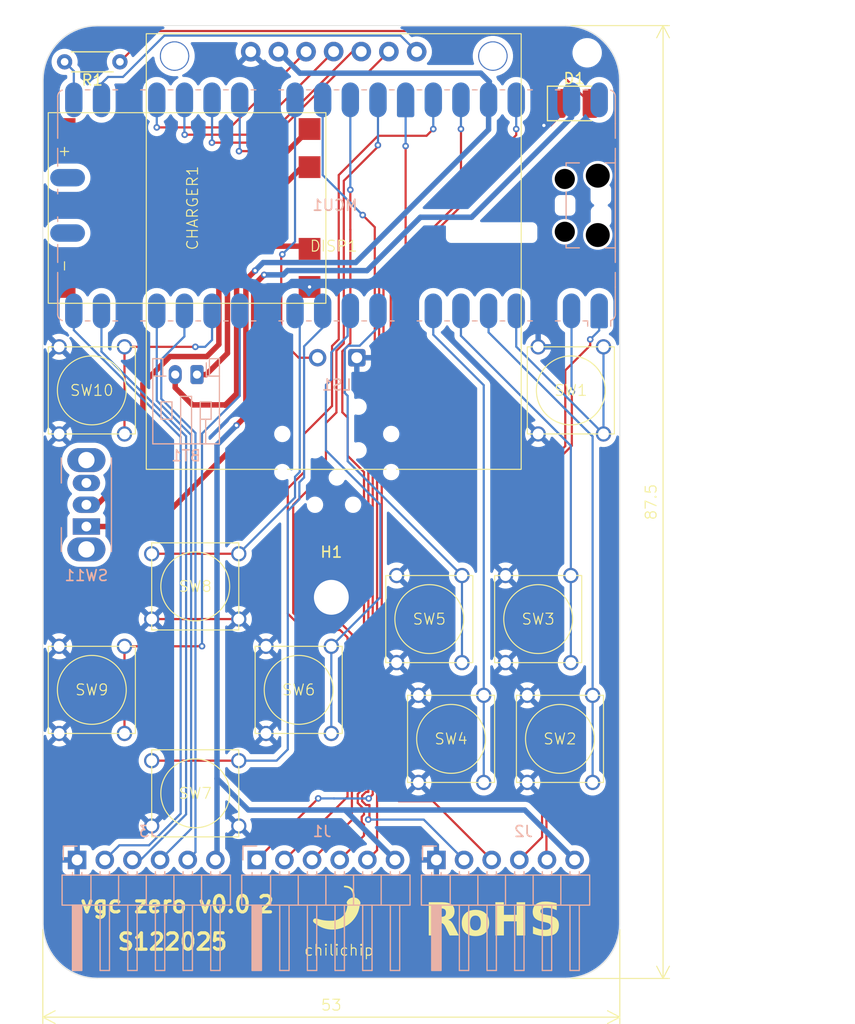
<source format=kicad_pcb>
(kicad_pcb (version 20241229) (generator "pcbnew") (generator_version "9.0")
  (title_block (title "vgc zero") (rev "v1.0.0") (comment 3 "Company: chilichip") (comment 4 "Author: Kacper Akdag-Ochnik"))
  (layers (0 "F.Cu" signal) (2 "B.Cu" signal) (13 "F.Paste" user) (15 "B.Paste" user) (5 "F.SilkS" user "F.Silkscreen") (7 "B.SilkS" user "B.Silkscreen") (1 "F.Mask" user) (3 "B.Mask" user) (25 "Edge.Cuts" user))
  (net 0 "")
  (net 1 "Net-(BT1-+)")
  (net 2 "Net-(BT1--)")
  (net 3 "/GND")
  (net 6 "Net-(CHARGER1-OUT+)")
  (net 7 "Net-(D1-A)")
  (net 8 "Net-(DISP1-SCK)")
  (net 9 "Net-(DISP1-SDA)")
  (net 10 "Net-(DISP1-RST)")
  (net 11 "Net-(DISP1-CS)")
  (net 12 "Net-(DISP1-DC)")
  (net 13 "Net-(J1-Pin_2)")
  (net 14 "Net-(J1-Pin_5)")
  (net 15 "Net-(J1-Pin_4)")
  (net 16 "Net-(J1-Pin_1)")
  (net 17 "Net-(J1-Pin_3)")
  (net 18 "Net-(J2-Pin_4)")
  (net 19 "Net-(J2-Pin_2)")
  (net 20 "Net-(J2-Pin_5)")
  (net 21 "Net-(J2-Pin_3)")
  (net 22 "Net-(J3-Pin_2)")
  (net 23 "Net-(J3-Pin_3)")
  (net 24 "Net-(J3-Pin_4)")
  (net 25 "Net-(J3-Pin_5)")
  (net 26 "Net-(MCU1-GPIO22)")
  (net 27 "Net-(MCU1-GPIO7)")
  (net 28 "/VCC")
  (net 30 "Net-(MCU1-GPIO10)")
  (net 31 "Net-(MCU1-GPIO6)")
  (net 33 "Net-(MCU1-GPIO11)")
  (net 35 "Net-(MCU1-GPIO2)")
  (net 36 "Net-(MCU1-GPIO9)")
  (net 37 "Net-(MCU1-GPIO5)")
  (net 38 "Net-(MCU1-GPIO16)")
  (net 39 "Net-(MCU1-GPIO4)")
  (net 40 "Net-(MCU1-GPIO3)")
  (net 41 "Net-(MCU1-GPIO8)")
  (net 43 "3V3")
  (footprint "vgc-zero-footprints:SW_PUSH_RUBBER_8mm" (layer "F.Cu") (at 51 103 90)
    (property "Reference" "SW9")
    (property "Value" "SW_Push")
  )
  (footprint "LED_SMD:LED_1210_3225Metric_Pad1.42x2.65mm_HandSolder" (layer "F.Cu") (at 99.31 45.15)
    (property "Reference" "D1")
    (property "Value" "LED")
  )
  (footprint "" (layer "F.Cu") (at 77.5 79.5)
    (property "Reference" "")
    (property "Value" "")
  )
  (footprint "vgc-zero-footprints:SW_PUSH_RUBBER_8mm" (layer "F.Cu") (at 92 96.5 90)
    (property "Reference" "SW3")
    (property "Value" "SW_Push")
  )
  (footprint "" (layer "F.Cu") (at 79 82)
    (property "Reference" "")
    (property "Value" "")
  )
  (footprint "vgc-zero-footprints:SW_PUSH_RUBBER_8mm" (layer "F.Cu") (at 51 75.5 90)
    (property "Reference" "SW10")
    (property "Value" "SW_Push")
  )
  (footprint "" (layer "F.Cu") (at 82.5 75.5)
    (property "Reference" "")
    (property "Value" "")
  )
  (footprint "vgc-zero-footprints:SW_PUSH_RUBBER_8mm" (layer "F.Cu") (at 70 103 90)
    (property "Reference" "SW6")
    (property "Value" "SW_Push")
  )
  (footprint "" (layer "F.Cu") (at 79.5 73)
    (property "Reference" "")
    (property "Value" "")
  )
  (footprint "" (layer "F.Cu") (at 75.5 82)
    (property "Reference" "")
    (property "Value" "")
  )
  (footprint "" (layer "F.Cu") (at 72.5 75.5)
    (property "Reference" "")
    (property "Value" "")
  )
  (footprint "Resistor_THT:R_Axial_DIN0204_L3.6mm_D1.6mm_P5.08mm_Horizontal" (layer "F.Cu") (at 52.5 41.33)
    (property "Reference" "R1")
    (property "Value" "R_330")
  )
  (footprint "" (layer "F.Cu") (at 82.5 79)
    (property "Reference" "")
    (property "Value" "")
  )
  (footprint "vgc-zero-footprints:SW_PUSH_RUBBER_8mm" (layer "F.Cu") (at 84 107.5 90)
    (property "Reference" "SW4")
    (property "Value" "SW_Push")
  )
  (footprint "" (layer "F.Cu") (at 75.5 77)
    (property "Reference" "")
    (property "Value" "")
  )
  (footprint "MountingHole:MountingHole_2.2mm_M2" (layer "F.Cu") (at 100.5 40.5)
    (property "Reference" "REF**" (hide yes))
    (property "Value" "MountingHole_2.2mm_M2" (hide yes))
  )
  (footprint "" (layer "F.Cu") (at 79.5 77)
    (property "Reference" "")
    (property "Value" "")
  )
  (footprint "" (layer "F.Cu") (at 77.5 75)
    (property "Reference" "")
    (property "Value" "")
  )
  (footprint "MountingHole:MountingHole_3.2mm_M3_Pad" (layer "F.Cu") (at 77 90.5)
    (property "Reference" "H1")
    (property "Value" "MountingHole_Pad")
  )
  (footprint "vgc-zero-footprints:SW_PUSH_RUBBER_8mm" (layer "F.Cu") (at 82 96.5 90)
    (property "Reference" "SW5")
    (property "Value" "SW_Push" (hide yes))
  )
  (footprint "vgc-zero-footprints:SSD1351_OLED_128x128" (layer "F.Cu") (at 69.6 40.4)
    (property "Reference" "DISP1")
    (property "Value" "SSD1351_OLED_128x128")
  )
  (footprint "vgc-zero-footprints:SW_PUSH_RUBBER_8mm" (layer "F.Cu") (at 68.5 112.5 180)
    (property "Reference" "SW7")
    (property "Value" "SW_Push")
  )
  (footprint "" (layer "F.Cu") (at 72.5 79)
    (property "Reference" "")
    (property "Value" "")
  )
  (footprint "vgc-zero-footprints:Tp4056_Charger" (layer "F.Cu") (at 75 54.75 90)
    (property "Reference" "CHARGER1")
    (property "Value" "TP4056_CHARGER")
  )
  (footprint "vgc-zero-footprints:SW_PUSH_RUBBER_8mm" (layer "F.Cu") (at 68.5 93.5 180)
    (property "Reference" "SW8")
    (property "Value" "SW_Push")
  )
  (footprint "" (layer "F.Cu") (at 75.5 73)
    (property "Reference" "")
    (property "Value" "")
  )
  (footprint "LOGO" (layer "F.Cu") (at 77.45 119.12)
    (property "Reference" "G***" (hide yes))
    (property "Value" "LOGO" (hide yes))
  )
  (footprint "vgc-zero-footprints:SW_PUSH_RUBBER_8mm" (layer "F.Cu") (at 94 107.5 90)
    (property "Reference" "SW2")
    (property "Value" "SW_Push")
  )
  (footprint "vgc-zero-footprints:SW_PUSH_RUBBER_8mm" (layer "F.Cu") (at 95 75.5 90)
    (property "Reference" "SW1")
    (property "Value" "SW_Push")
  )
  (footprint "Module:RaspberryPi_Pico_SMD_HandSolder" (layer "B.Cu") (at 77.475 54.51 90)
    (property "Reference" "MCU1")
    (property "Value" "RaspberryPi_Pico_2" (hide yes))
  )
  (footprint "Button_Switch_THT:SW_Slide_SPDT_Angled_CK_OS102011MA1Q" (layer "B.Cu") (at 54.5 84 90)
    (property "Reference" "SW11")
    (property "Value" "SW_SPDT" (hide yes))
  )
  (footprint "Connector_PinHeader_2.54mm:PinHeader_1x06_P2.54mm_Horizontal" (layer "B.Cu") (at 70.15 114.615 -90)
    (property "Reference" "J1")
    (property "Value" "Conn_01x06_Pin")
  )
  (footprint "Connector_JST:JST_PH_S2B-PH-K_1x02_P2.00mm_Horizontal" (layer "B.Cu") (at 64.66 70.05 180)
    (property "Reference" "BT1")
    (property "Value" "LIPO-BATTERY" (hide yes))
  )
  (footprint "Connector_PinHeader_2.54mm:PinHeader_1x06_P2.54mm_Horizontal" (layer "B.Cu") (at 86.65 114.615 -90)
    (property "Reference" "J2")
    (property "Value" "Conn_01x06_Pin")
  )
  (footprint "Connector_PinHeader_2.54mm:PinHeader_1x06_P2.54mm_Horizontal" (layer "B.Cu") (at 53.65 114.615 -90)
    (property "Reference" "J3")
    (property "Value" "Conn_01x06_Pin")
  )
  (footprint "Connector_Wire:SolderWire-0.1sqmm_1x02_P3.6mm_D0.4mm_OD1mm" (layer "B.Cu") (at 79.34 68.5 180)
    (property "Reference" "LS1")
    (property "Value" "Speaker" (hide yes))
  )
  (gr_line (start 103.5 43) (end 103.5 120.5) (stroke (width 0.05)) (layer "Edge.Cuts"))
  (gr_arc (start 55.5 125.5) (mid 51.964466 124.035534) (end 50.5 120.5) (stroke (width 0.05)) (layer "Edge.Cuts"))
  (gr_line (start 55.5 38) (end 98.5 38) (stroke (width 0.05)) (layer "Edge.Cuts"))
  (gr_line (start 50.5 120.5) (end 50.5 43) (stroke (width 0.05)) (layer "Edge.Cuts"))
  (gr_arc (start 103.5 120.5) (mid 102.035534 124.035534) (end 98.5 125.5) (stroke (width 0.05)) (layer "Edge.Cuts"))
  (gr_arc (start 50.5 43) (mid 51.964466 39.464466) (end 55.5 38) (stroke (width 0.05)) (layer "Edge.Cuts"))
  (gr_arc (start 98.5 38) (mid 102.035534 39.464466) (end 103.5 43) (stroke (width 0.05)) (layer "Edge.Cuts"))
  (gr_line (start 98.5 125.5) (end 55.5 125.5) (stroke (width 0.05)) (layer "Edge.Cuts"))
  (gr_text "vgc zero v0.0.2" (at 53.78 119.58 0) (layer "F.SilkS") (effects (font (size 1.5 1.5) (thickness 0.3) (bold yes)) (justify left bottom)))
  (gr_text "RoHS" (at 91.89 120.31 0) (layer "F.SilkS") (effects (font (size 3 3) (thickness 0.5) (bold yes))))
  (gr_text "S122025" (at 57.21 123.01 0) (layer "F.SilkS") (effects (font (size 1.5 1.5) (thickness 0.3) (bold yes)) (justify left bottom)))
  (gr_text "chilichip" (at 74.44 123.49 0) (layer "F.SilkS") (effects (font (size 1 1) (thickness 0.1)) (justify left bottom)))
  (dimension (type orthogonal) (layer "F.SilkS") (pts (xy 103.5 120.5) (xy 50.5 120.5)) (height 8.55) (orientation 0) (format (prefix "") (suffix "") (units 3) (units_format 0) (precision 4) (suppress_zeroes yes)) (style (thickness 0.1) (arrow_length 1.27) (text_position_mode 0) (arrow_direction outward) (extension_height 0.58642) (extension_offset 0.5) (keep_text_aligned yes)) (gr_text "53" (at 77 127.95 0) (layer "F.SilkS") (effects (font (size 1 1) (thickness 0.1)))))
  (dimension (type orthogonal) (layer "F.SilkS") (pts (xy 98.5 38) (xy 98.5 125.5)) (height 8.97) (orientation 1) (format (prefix "") (suffix "") (units 3) (units_format 0) (precision 4) (suppress_zeroes yes)) (style (thickness 0.1) (arrow_length 1.27) (text_position_mode 0) (arrow_direction outward) (extension_height 0.58642) (extension_offset 0.5) (keep_text_aligned yes)) (gr_text "87.5" (at 106.37 81.75 90) (layer "F.SilkS") (effects (font (size 1 1) (thickness 0.1)))))
  (segment (start 67.46 68.09) (end 67.46 57.84) (width 0.5) (layer "F.Cu") (net 1))
  (segment (start 74.3 51) (end 75 51) (width 0.5) (layer "F.Cu") (net 1))
  (segment (start 67.46 57.84) (end 74.3 51) (width 0.5) (layer "F.Cu") (net 1))
  (segment (start 64.66 70.05) (end 65.5 70.05) (width 0.5) (layer "F.Cu") (net 1))
  (segment (start 65.5 70.05) (end 67.46 68.09) (width 0.5) (layer "F.Cu") (net 1))
  (segment (start 74.76 58.26) (end 75 58.5) (width 0.5) (layer "F.Cu") (net 2))
  (segment (start 68.3 71.8) (end 68.3 60.43) (width 0.5) (layer "F.Cu") (net 2))
  (segment (start 64.24 72.83) (end 67.21 72.83) (width 0.5) (layer "F.Cu") (net 2))
  (segment (start 62.66 70.05) (end 62.66 71.25) (width 0.5) (layer "F.Cu") (net 2))
  (segment (start 67.24 72.86) (end 68.3 71.8) (width 0.5) (layer "F.Cu") (net 2))
  (segment (start 62.66 71.25) (end 64.24 72.83) (width 0.5) (layer "F.Cu") (net 2))
  (segment (start 67.21 72.83) (end 67.24 72.86) (width 0.5) (layer "F.Cu") (net 2))
  (segment (start 68.3 60.43) (end 70.47 58.26) (width 0.5) (layer "F.Cu") (net 2))
  (segment (start 70.47 58.26) (end 74.76 58.26) (width 0.5) (layer "F.Cu") (net 2))
  (segment (start 97.15 47.17) (end 97.8225 46.4975) (width 0.2) (layer "F.Cu") (net 3))
  (segment (start 68.5 92.5) (end 60.5 92.5) (width 0.2) (layer "F.Cu") (net 3))
  (segment (start 97.8225 46.4975) (end 97.8225 45.15) (width 0.2) (layer "F.Cu") (net 3))
  (segment (start 96.525 47.17) (end 97.15 47.17) (width 0.2) (layer "F.Cu") (net 3))
  (segment (start 97.5125 46) (end 97.5125 45.8075) (width 0.2) (layer "F.Cu") (net 3))
  (via (at 75 62) (size 0.6) (drill 0.3) (layers "F.Cu" "B.Cu") (net 3))
  (via (at 96.525 47.17) (size 0.6) (drill 0.3) (layers "F.Cu" "B.Cu") (net 3))
  (segment (start 71.5 62) (end 75 62) (width 0.2) (layer "B.Cu") (net 3))
  (segment (start 71.12 64.195) (end 71.125 64.2) (width 0.2) (layer "B.Cu") (net 3))
  (segment (start 71.125 62.375) (end 71.5 62) (width 0.2) (layer "B.Cu") (net 3))
  (segment (start 96.525 47.17) (end 96.525 44.82) (width 0.2) (layer "B.Cu") (net 3))
  (segment (start 71.125 64.2) (end 71.125 62.375) (width 0.2) (layer "B.Cu") (net 3))
  (segment (start 96.525 44.82) (end 96.525 43.485) (width 0.2) (layer "B.Cu") (net 3))
  (segment (start 62.18 68.39) (end 65.56 68.39) (width 0.5) (layer "F.Cu") (net 6))
  (segment (start 66.67 67.28) (end 66.67 55.83) (width 0.5) (layer "F.Cu") (net 6))
  (segment (start 55.48 82) (end 59.69 77.79) (width 0.5) (layer "F.Cu") (net 6))
  (segment (start 59.69 77.79) (end 59.69 70.88) (width 0.5) (layer "F.Cu") (net 6))
  (segment (start 54.5 82) (end 55.48 82) (width 0.5) (layer "F.Cu") (net 6))
  (segment (start 66.67 55.83) (end 75 47.5) (width 0.5) (layer "F.Cu") (net 6))
  (segment (start 65.56 68.39) (end 66.67 67.28) (width 0.5) (layer "F.Cu") (net 6))
  (segment (start 59.69 70.88) (end 62.18 68.39) (width 0.5) (layer "F.Cu") (net 6))
  (segment (start 100.7975 45.15) (end 94.1475 38.5) (width 0.2) (layer "F.Cu") (net 7))
  (segment (start 94.1475 38.5) (end 60.41 38.5) (width 0.2) (layer "F.Cu") (net 7))
  (segment (start 60.41 38.5) (end 57.58 41.33) (width 0.2) (layer "F.Cu") (net 7))
  (segment (start 60.965 47.35) (end 67.73 47.35) (width 0.2) (layer "F.Cu") (net 8))
  (segment (start 67.73 47.35) (end 74.68 40.4) (width 0.2) (layer "F.Cu") (net 8))
  (via (at 60.965 47.35) (size 0.6) (drill 0.3) (layers "F.Cu" "B.Cu") (net 8))
  (segment (start 60.965 47.35) (end 60.965 44.82) (width 0.2) (layer "B.Cu") (net 8))
  (segment (start 63.53 48.02) (end 69.57922 48.02) (width 0.2) (layer "F.Cu") (net 9))
  (segment (start 69.57922 48.02) (end 77.212254 40.386966) (width 0.2) (layer "F.Cu") (net 9))
  (via (at 63.53 48.02) (size 0.6) (drill 0.3) (layers "F.Cu" "B.Cu") (net 9))
  (segment (start 63.505 47.995) (end 63.53 48.02) (width 0.2) (layer "B.Cu") (net 9))
  (segment (start 63.505 44.82) (end 63.505 47.995) (width 0.2) (layer "B.Cu") (net 9))
  (segment (start 66.03 48.75) (end 70.5809 48.75) (width 0.2) (layer "F.Cu") (net 10))
  (segment (start 78.943934 40.386966) (end 79.747465 40.386966) (width 0.2) (layer "F.Cu") (net 10))
  (segment (start 70.5809 48.75) (end 78.943934 40.386966) (width 0.2) (layer "F.Cu") (net 10))
  (via (at 66.03 48.75) (size 0.6) (drill 0.3) (layers "F.Cu" "B.Cu") (net 10))
  (segment (start 66.045 44.82) (end 66.045 48.735) (width 0.2) (layer "B.Cu") (net 10))
  (segment (start 66.045 48.735) (end 66.03 48.75) (width 0.2) (layer "B.Cu") (net 10))
  (segment (start 55.885 43.32) (end 56.49 42.715) (width 0.2) (layer "B.Cu") (net 11))
  (segment (start 84.84 40.4) (end 83.36 38.92) (width 0.2) (layer "B.Cu") (net 11))
  (segment (start 57.865 42.715) (end 61.66 38.92) (width 0.2) (layer "B.Cu") (net 11))
  (segment (start 83.36 38.92) (end 61.66 38.92) (width 0.2) (layer "B.Cu") (net 11))
  (segment (start 55.885 44.82) (end 55.885 43.32) (width 0.2) (layer "B.Cu") (net 11))
  (segment (start 56.49 42.715) (end 57.865 42.715) (width 0.2) (layer "B.Cu") (net 11))
  (segment (start 68.52 49.53) (end 70.368 49.53) (width 0.2) (layer "F.Cu") (net 12))
  (segment (start 70.368 49.53) (end 77.528 42.37) (width 0.2) (layer "F.Cu") (net 12))
  (segment (start 80.299642 42.37) (end 82.282676 40.386966) (width 0.2) (layer "F.Cu") (net 12))
  (segment (start 77.528 42.37) (end 80.299642 42.37) (width 0.2) (layer "F.Cu") (net 12))
  (via (at 68.52 49.53) (size 0.6) (drill 0.3) (layers "F.Cu" "B.Cu") (net 12))
  (segment (start 68.585 49.465) (end 68.52 49.53) (width 0.2) (layer "B.Cu") (net 12))
  (segment (start 68.585 44.82) (end 68.585 49.465) (width 0.2) (layer "B.Cu") (net 12))
  (segment (start 72.69 114.615) (end 78.488 108.817) (width 0.2) (layer "F.Cu") (net 13))
  (segment (start 74.5 75.5) (end 77.068 72.932) (width 0.2) (layer "F.Cu") (net 13))
  (segment (start 77.068 72.932) (end 77.068 67.422) (width 0.2) (layer "F.Cu") (net 13))
  (segment (start 77.798 93.5) (end 74.5 93.5) (width 0.2) (layer "F.Cu") (net 13))
  (segment (start 73 80.5) (end 74.5 79) (width 0.2) (layer "F.Cu") (net 13))
  (segment (start 77.68 51.730057) (end 81.290057 48.12) (width 0.2) (layer "F.Cu") (net 13))
  (segment (start 81.290057 48.12) (end 85.745 48.12) (width 0.2) (layer "F.Cu") (net 13))
  (segment (start 74.5 93.5) (end 73 92) (width 0.2) (layer "F.Cu") (net 13))
  (segment (start 77.68 66.81) (end 77.68 51.730057) (width 0.2) (layer "F.Cu") (net 13))
  (segment (start 78.488 108.817) (end 78.488 94.19) (width 0.2) (layer "F.Cu") (net 13))
  (segment (start 85.745 48.12) (end 86.365 47.5) (width 0.2) (layer "F.Cu") (net 13))
  (segment (start 74.5 79) (end 74.5 75.5) (width 0.2) (layer "F.Cu") (net 13))
  (segment (start 73 92) (end 73 80.5) (width 0.2) (layer "F.Cu") (net 13))
  (segment (start 77.068 67.422) (end 77.68 66.81) (width 0.2) (layer "F.Cu") (net 13))
  (segment (start 78.488 94.19) (end 77.798 93.5) (width 0.2) (layer "F.Cu") (net 13))
  (via (at 86.365 47.5) (size 0.6) (drill 0.3) (layers "F.Cu" "B.Cu") (net 13))
  (segment (start 86.365 47.5) (end 86.365 44.82) (width 0.2) (layer "B.Cu") (net 13))
  (segment (start 80.31 114.615) (end 81.203 113.722) (width 0.2) (layer "F.Cu") (net 14))
  (segment (start 88.905 47.5) (end 88.91 47.505) (width 0.2) (layer "F.Cu") (net 14))
  (segment (start 81.792 71.26) (end 81.203 71.849) (width 0.2) (layer "F.Cu") (net 14))
  (segment (start 88.91 47.505) (end 88.91 54.017043) (width 0.2) (layer "F.Cu") (net 14))
  (segment (start 88.91 54.017043) (end 81.792 61.135043) (width 0.2) (layer "F.Cu") (net 14))
  (segment (start 81.203 113.722) (end 81.203 71.849) (width 0.2) (layer "F.Cu") (net 14))
  (segment (start 81.792 61.135043) (end 81.792 71.26) (width 0.2) (layer "F.Cu") (net 14))
  (via (at 88.905 47.5) (size 0.6) (drill 0.3) (layers "F.Cu" "B.Cu") (net 14))
  (segment (start 88.905 47.5) (end 88.905 44.82) (width 0.2) (layer "B.Cu") (net 14))
  (segment (start 79.789 110.661057) (end 80 110.450057) (width 0.2) (layer "F.Cu") (net 15))
  (segment (start 78.75 56.74) (end 78.745 56.735) (width 0.2) (layer "F.Cu") (net 15))
  (segment (start 78.745 56.735) (end 78.745 53.08) (width 0.2) (layer "F.Cu") (net 15))
  (segment (start 77.77 114.615) (end 80 112.385) (width 0.2) (layer "F.Cu") (net 15))
  (segment (start 79.789 111.158943) (end 79.789 110.661057) (width 0.2) (layer "F.Cu") (net 15))
  (segment (start 80 107.982957) (end 80 79) (width 0.2) (layer "F.Cu") (net 15))
  (segment (start 80 112.385) (end 80 111.369943) (width 0.2) (layer "F.Cu") (net 15))
  (segment (start 78.5 74) (end 78.01 73.51) (width 0.2) (layer "F.Cu") (net 15))
  (segment (start 79.428 108.554957) (end 80 107.982957) (width 0.2) (layer "F.Cu") (net 15))
  (segment (start 80 110.450057) (end 80 109.957043) (width 0.2) (layer "F.Cu") (net 15))
  (segment (start 80 109.957043) (end 79.428 109.385043) (width 0.2) (layer "F.Cu") (net 15))
  (segment (start 78.01 73.51) (end 78.01 67.91) (width 0.2) (layer "F.Cu") (net 15))
  (segment (start 79.428 109.385043) (end 79.428 108.554957) (width 0.2) (layer "F.Cu") (net 15))
  (segment (start 78.5 77.5) (end 78.5 74) (width 0.2) (layer "F.Cu") (net 15))
  (segment (start 78.75 67.17) (end 78.75 56.74) (width 0.2) (layer "F.Cu") (net 15))
  (segment (start 78.01 67.91) (end 78.75 67.17) (width 0.2) (layer "F.Cu") (net 15))
  (segment (start 80 111.369943) (end 79.789 111.158943) (width 0.2) (layer "F.Cu") (net 15))
  (segment (start 80 79) (end 78.5 77.5) (width 0.2) (layer "F.Cu") (net 15))
  (via (at 78.745 53.08) (size 0.6) (drill 0.3) (layers "F.Cu" "B.Cu") (net 15))
  (segment (start 78.745 53.08) (end 78.745 44.82) (width 0.2) (layer "B.Cu") (net 15))
  (segment (start 83.825 49.06) (end 83.825 58.534943) (width 0.2) (layer "F.Cu") (net 16))
  (segment (start 80.802 71.6051) (end 80.802 108.598) (width 0.2) (layer "F.Cu") (net 16))
  (segment (start 81.391 60.968943) (end 81.391 71.0161) (width 0.2) (layer "F.Cu") (net 16))
  (segment (start 80.802 108.598) (end 80.43 108.97) (width 0.2) (layer "F.Cu") (net 16))
  (segment (start 75.7975 108.9675) (end 70.15 114.615) (width 0.2) (layer "F.Cu") (net 16))
  (segment (start 83.825 58.534943) (end 81.391 60.968943) (width 0.2) (layer "F.Cu") (net 16))
  (segment (start 81.391 71.0161) (end 80.802 71.6051) (width 0.2) (layer "F.Cu") (net 16))
  (via (at 75.7975 108.9675) (size 0.6) (drill 0.3) (layers "F.Cu" "B.Cu") (net 16))
  (via (at 80.43 108.97) (size 0.6) (drill 0.3) (layers "F.Cu" "B.Cu") (net 16))
  (via (at 83.825 49.06) (size 0.6) (drill 0.3) (layers "F.Cu" "B.Cu") (net 16))
  (segment (start 75.7975 108.9675) (end 77.2475 108.9675) (width 0.2) (layer "B.Cu") (net 16))
  (segment (start 77.2475 108.9675) (end 77.25 108.97) (width 0.2) (layer "B.Cu") (net 16))
  (segment (start 77.25 108.97) (end 80.43 108.97) (width 0.2) (layer "B.Cu") (net 16))
  (segment (start 83.825 49.06) (end 83.825 44.82) (width 0.2) (layer "B.Cu") (net 16))
  (segment (start 75.23 114.615) (end 78.889 110.956) (width 0.2) (layer "F.Cu") (net 17))
  (segment (start 77.96645 92.96645) (end 74.53355 92.96645) (width 0.2) (layer "F.Cu") (net 17))
  (segment (start 78.889 93.889) (end 77.96645 92.96645) (width 0.2) (layer "F.Cu") (net 17))
  (segment (start 78.144 67.185) (end 78.144 52.256) (width 0.2) (layer "F.Cu") (net 17))
  (segment (start 76.5 79) (end 76.5 74.5) (width 0.2) (layer "F.Cu") (net 17))
  (segment (start 73.5 82) (end 76.5 79) (width 0.2) (layer "F.Cu") (net 17))
  (segment (start 74.53355 92.96645) (end 73.5 91.9329) (width 0.2) (layer "F.Cu") (net 17))
  (segment (start 73.5 91.9329) (end 73.5 82) (width 0.2) (layer "F.Cu") (net 17))
  (segment (start 81.28 49.12) (end 81.28 48.98) (width 0.2) (layer "F.Cu") (net 17))
  (segment (start 78.889 110.956) (end 78.889 93.889) (width 0.2) (layer "F.Cu") (net 17))
  (segment (start 76.5 74.5) (end 77.469 73.531) (width 0.2) (layer "F.Cu") (net 17))
  (segment (start 78.144 52.256) (end 81.28 49.12) (width 0.2) (layer "F.Cu") (net 17))
  (segment (start 77.469 73.531) (end 77.469 67.86) (width 0.2) (layer "F.Cu") (net 17))
  (segment (start 77.469 67.86) (end 78.144 67.185) (width 0.2) (layer "F.Cu") (net 17))
  (via (at 81.28 48.98) (size 0.6) (drill 0.3) (layers "F.Cu" "B.Cu") (net 17))
  (segment (start 81.285 48.975) (end 81.285 44.82) (width 0.2) (layer "B.Cu") (net 17))
  (segment (start 81.28 48.98) (end 81.285 48.975) (width 0.2) (layer "B.Cu") (net 17))
  (segment (start 96.359 112.526) (end 94.27 114.615) (width 0.2) (layer "F.Cu") (net 18))
  (segment (start 100.78 67.37) (end 98.489 69.661) (width 0.2) (layer "F.Cu") (net 18))
  (segment (start 100.78 66.82) (end 100.78 67.37) (width 0.2) (layer "F.Cu") (net 18))
  (segment (start 96.359 78.7439) (end 96.359 112.526) (width 0.2) (layer "F.Cu") (net 18))
  (segment (start 98.489 69.661) (end 98.489 76.6139) (width 0.2) (layer "F.Cu") (net 18))
  (segment (start 98.489 76.6139) (end 96.359 78.7439) (width 0.2) (layer "F.Cu") (net 18))
  (via (at 100.78 66.82) (size 0.6) (drill 0.3) (layers "F.Cu" "B.Cu") (net 18))
  (segment (start 100.78 66.82) (end 101.605 65.995) (width 0.2) (layer "B.Cu") (net 18))
  (segment (start 101.605 65.995) (end 101.605 64.2) (width 0.2) (layer "B.Cu") (net 18))
  (segment (start 80.99 70.85) (end 80.401 71.439) (width 0.2) (layer "F.Cu") (net 19))
  (segment (start 80.181057 109.571) (end 80.5 109.571) (width 0.2) (layer "F.Cu") (net 19))
  (segment (start 80.181057 108.369) (end 79.829 108.721057) (width 0.2) (layer "F.Cu") (net 19))
  (segment (start 80.401 71.439) (end 80.401 108.369) (width 0.2) (layer "F.Cu") (net 19))
  (segment (start 80.99 56.51) (end 80.99 70.85) (width 0.2) (layer "F.Cu") (net 19))
  (segment (start 80.5 110.8) (end 80.39 110.91) (width 0.2) (layer "F.Cu") (net 19))
  (segment (start 80.5 109.571) (end 80.5 110.8) (width 0.2) (layer "F.Cu") (net 19))
  (segment (start 79.829 109.218943) (end 80.181057 109.571) (width 0.2) (layer "F.Cu") (net 19))
  (segment (start 79.88 55.4) (end 80.99 56.51) (width 0.2) (layer "F.Cu") (net 19))
  (segment (start 80.401 108.369) (end 80.181057 108.369) (width 0.2) (layer "F.Cu") (net 19))
  (segment (start 79.829 108.721057) (end 79.829 109.218943) (width 0.2) (layer "F.Cu") (net 19))
  (via (at 80.39 110.91) (size 0.6) (drill 0.3) (layers "F.Cu" "B.Cu") (net 19))
  (via (at 79.88 55.4) (size 0.6) (drill 0.3) (layers "F.Cu" "B.Cu") (net 19))
  (segment (start 76.205 51.725) (end 76.205 44.82) (width 0.2) (layer "B.Cu") (net 19))
  (segment (start 79.88 55.4) (end 76.205 51.725) (width 0.2) (layer "B.Cu") (net 19))
  (segment (start 80.39 110.91) (end 85.485 110.91) (width 0.2) (layer "B.Cu") (net 19))
  (segment (start 85.485 110.91) (end 89.19 114.615) (width 0.2) (layer "B.Cu") (net 19))
  (segment (start 99.09 71.62) (end 99.09 76.58) (width 0.2) (layer "F.Cu") (net 20))
  (segment (start 96.76 78.91) (end 96.76 114.565) (width 0.2) (layer "F.Cu") (net 20))
  (segment (start 96.76 114.565) (end 96.81 114.615) (width 0.2) (layer "F.Cu") (net 20))
  (segment (start 99.09 76.58) (end 96.76 78.91) (width 0.2) (layer "F.Cu") (net 20))
  (via (at 99.09 71.62) (size 0.6) (drill 0.3) (layers "F.Cu" "B.Cu") (net 20))
  (segment (start 99.065 71.435) (end 99.065 64.2) (width 0.2) (layer "B.Cu") (net 20))
  (segment (start 99.09 71.62) (end 99.09 71.46) (width 0.2) (layer "B.Cu") (net 20))
  (segment (start 99.09 71.46) (end 99.065 71.435) (width 0.2) (layer "B.Cu") (net 20))
  (segment (start 91.73 114.615) (end 86.335 109.22) (width 0.2) (layer "F.Cu") (net 21))
  (segment (start 89.311 54.183143) (end 82.46 61.034143) (width 0.2) (layer "F.Cu") (net 21))
  (segment (start 93.985 48.055) (end 89.311 52.729) (width 0.2) (layer "F.Cu") (net 21))
  (segment (start 82.46 71.25) (end 81.63 72.08) (width 0.2) (layer "F.Cu") (net 21))
  (segment (start 81.63 107.66) (end 81.63 72.08) (width 0.2) (layer "F.Cu") (net 21))
  (segment (start 93.985 47.5) (end 93.985 48.055) (width 0.2) (layer "F.Cu") (net 21))
  (segment (start 86.335 109.22) (end 83.19 109.22) (width 0.2) (layer "F.Cu") (net 21))
  (segment (start 89.311 52.729) (end 89.311 54.183143) (width 0.2) (layer "F.Cu") (net 21))
  (segment (start 83.19 109.22) (end 81.63 107.66) (width 0.2) (layer "F.Cu") (net 21))
  (segment (start 82.46 61.034143) (end 82.46 71.25) (width 0.2) (layer "F.Cu") (net 21))
  (via (at 93.985 47.5) (size 0.6) (drill 0.3) (layers "F.Cu" "B.Cu") (net 21))
  (segment (start 93.985 47.5) (end 93.985 44.82) (width 0.2) (layer "B.Cu") (net 21))
  (segment (start 56.19 114.615) (end 57.535 113.27) (width 0.2) (layer "B.Cu") (net 22))
  (segment (start 63.16 75.78) (end 53.345 65.965) (width 0.2) (layer "B.Cu") (net 22))
  (segment (start 60.2529 113.27) (end 63.16 110.3629) (width 0.2) (layer "B.Cu") (net 22))
  (segment (start 53.345 65.965) (end 53.345 64.2) (width 0.2) (layer "B.Cu") (net 22))
  (segment (start 63.16 110.3629) (end 63.16 75.78) (width 0.2) (layer "B.Cu") (net 22))
  (segment (start 57.535 113.27) (end 60.2529 113.27) (width 0.2) (layer "B.Cu") (net 22))
  (segment (start 63.66 75.7129) (end 55.885 67.9379) (width 0.2) (layer "B.Cu") (net 23))
  (segment (start 63.66 110.43) (end 63.66 75.7129) (width 0.2) (layer "B.Cu") (net 23))
  (segment (start 55.885 67.9379) (end 55.885 64.2) (width 0.2) (layer "B.Cu") (net 23))
  (segment (start 59.475 114.615) (end 63.66 110.43) (width 0.2) (layer "B.Cu") (net 23))
  (segment (start 58.73 114.615) (end 59.475 114.615) (width 0.2) (layer "B.Cu") (net 23))
  (segment (start 60.965 72.435) (end 60.965 64.2) (width 0.2) (layer "B.Cu") (net 24))
  (segment (start 64.12 111.765) (end 64.12 75.59) (width 0.2) (layer "B.Cu") (net 24))
  (segment (start 61.27 114.615) (end 64.12 111.765) (width 0.2) (layer "B.Cu") (net 24))
  (segment (start 64.12 75.59) (end 60.965 72.435) (width 0.2) (layer "B.Cu") (net 24))
  (segment (start 61.38 72.27) (end 61.38 68.67) (width 0.2) (layer "B.Cu") (net 25))
  (segment (start 61.38 68.67) (end 63.505 66.545) (width 0.2) (layer "B.Cu") (net 25))
  (segment (start 64.521 75.411) (end 61.38 72.27) (width 0.2) (layer "B.Cu") (net 25))
  (segment (start 64.521 113.904) (end 64.521 75.411) (width 0.2) (layer "B.Cu") (net 25))
  (segment (start 63.81 114.615) (end 64.521 113.904) (width 0.2) (layer "B.Cu") (net 25))
  (segment (start 63.505 66.545) (end 63.505 64.2) (width 0.2) (layer "B.Cu") (net 25))
  (segment (start 75.74 68.5) (end 74 68.5) (width 0.2) (layer "F.Cu") (net 26))
  (segment (start 72.4 59.11) (end 72.5 59.01) (width 0.2) (layer "F.Cu") (net 26))
  (segment (start 72.4 66.9) (end 72.4 59.11) (width 0.2) (layer "F.Cu") (net 26))
  (segment (start 74 68.5) (end 72.4 66.9) (width 0.2) (layer "F.Cu") (net 26))
  (via (at 72.5 59.01) (size 0.6) (drill 0.3) (layers "F.Cu" "B.Cu") (net 26))
  (segment (start 72.5 59.01) (end 73.665 57.845) (width 0.2) (layer "B.Cu") (net 26))
  (segment (start 73.665 57.845) (end 73.665 44.82) (width 0.2) (layer "B.Cu") (net 26))
  (segment (start 76.5 77) (end 81.5 82) (width 0.2) (layer "B.Cu") (net 27))
  (segment (start 78.745 64.2) (end 78.5 64.445) (width 0.2) (layer "B.Cu") (net 27))
  (segment (start 78.5 66.5) (end 77 68) (width 0.2) (layer "B.Cu") (net 27))
  (segment (start 81.5 82) (end 81.5 90.5) (width 0.2) (layer "B.Cu") (net 27))
  (segment (start 81.5 90.5) (end 77 95) (width 0.2) (layer "B.Cu") (net 27))
  (segment (start 77 95) (end 77 103) (width 0.2) (layer "B.Cu") (net 27))
  (segment (start 77 70.5) (end 76.5 71) (width 0.2) (layer "B.Cu") (net 27))
  (segment (start 76.5 71) (end 76.5 77) (width 0.2) (layer "B.Cu") (net 27))
  (segment (start 77 68) (end 77 70.5) (width 0.2) (layer "B.Cu") (net 27))
  (segment (start 78.5 64.445) (end 78.5 66.5) (width 0.2) (layer "B.Cu") (net 27))
  (segment (start 54.5 84) (end 60.71 84) (width 0.5) (layer "F.Cu") (net 28))
  (segment (start 69.87 74.84) (end 69.87 61.85) (width 0.5) (layer "F.Cu") (net 28))
  (segment (start 69.87 61.85) (end 70.83 60.89) (width 0.5) (layer "F.Cu") (net 28))
  (segment (start 60.71 84) (end 69.87 74.84) (width 0.5) (layer "F.Cu") (net 28))
  (via (at 70.83 60.89) (size 0.6) (drill 0.3) (layers "F.Cu" "B.Cu") (net 28))
  (segment (start 70.83 60.89) (end 72.57 60.89) (width 0.5) (layer "B.Cu") (net 28))
  (segment (start 72.96 60.5) (end 80.28 60.5) (width 0.5) (layer "B.Cu") (net 28))
  (segment (start 80.28 60.5) (end 85.18 55.6) (width 0.5) (layer "B.Cu") (net 28))
  (segment (start 85.18 55.6) (end 89.885 55.6) (width 0.5) (layer "B.Cu") (net 28))
  (segment (start 99.065 46.42) (end 99.065 44.82) (width 0.5) (layer "B.Cu") (net 28))
  (segment (start 72.57 60.89) (end 72.96 60.5) (width 0.5) (layer "B.Cu") (net 28))
  (segment (start 89.885 55.6) (end 99.065 46.42) (width 0.5) (layer "B.Cu") (net 28))
  (segment (start 64.73 94.99) (end 64.72 95) (width 0.2) (layer "F.Cu") (net 30))
  (segment (start 64.72 95) (end 58 95) (width 0.2) (layer "F.Cu") (net 30))
  (segment (start 58 103) (end 58 95) (width 0.2) (layer "F.Cu") (net 30))
  (segment (start 65.121 94.99) (end 64.73 94.99) (width 0.2) (layer "F.Cu") (net 30))
  (via (at 65.121 94.99) (size 0.6) (drill 0.3) (layers "F.Cu" "B.Cu") (net 30))
  (segment (start 65.121 75.469) (end 68.585 72.005) (width 0.2) (layer "B.Cu") (net 30))
  (segment (start 68.585 72.005) (end 68.585 64.2) (width 0.2) (layer "B.Cu") (net 30))
  (segment (start 65.121 94.99) (end 65.121 75.469) (width 0.2) (layer "B.Cu") (net 30))
  (segment (start 78.5 78) (end 78.5 72) (width 0.2) (layer "B.Cu") (net 31))
  (segment (start 81.285 65.715) (end 81.285 64.2) (width 0.2) (layer "B.Cu") (net 31))
  (segment (start 89 88.5) (end 78.5 78) (width 0.2) (layer "B.Cu") (net 31))
  (segment (start 79.601 67.399) (end 81.285 65.715) (width 0.2) (layer "B.Cu") (net 31))
  (segment (start 78.239 71.739) (end 78.239 67.71484) (width 0.2) (layer "B.Cu") (net 31))
  (segment (start 89 88.5) (end 89 96.5) (width 0.2) (layer "B.Cu") (net 31))
  (segment (start 78.239 67.71484) (end 78.55484 67.399) (width 0.2) (layer "B.Cu") (net 31))
  (segment (start 78.55484 67.399) (end 79.601 67.399) (width 0.2) (layer "B.Cu") (net 31))
  (segment (start 78.5 72) (end 78.239 71.739) (width 0.2) (layer "B.Cu") (net 31))
  (segment (start 58 75.5) (end 58 67.5) (width 0.2) (layer "F.Cu") (net 33))
  (segment (start 64.51 67.5) (end 58 67.5) (width 0.2) (layer "F.Cu") (net 33))
  (via (at 64.51 67.5) (size 0.6) (drill 0.3) (layers "F.Cu" "B.Cu") (net 33))
  (segment (start 65.41 67.5) (end 66.045 66.865) (width 0.2) (layer "B.Cu") (net 33))
  (segment (start 64.51 67.5) (end 65.41 67.5) (width 0.2) (layer "B.Cu") (net 33))
  (segment (start 66.045 66.865) (end 66.045 64.2) (width 0.2) (layer "B.Cu") (net 33))
  (segment (start 102 67.5) (end 102 75.5) (width 0.2) (layer "B.Cu") (net 35))
  (segment (start 93.985 64.2) (end 93.985 67.485) (width 0.2) (layer "B.Cu") (net 35))
  (segment (start 93.985 67.485) (end 102 75.5) (width 0.2) (layer "B.Cu") (net 35))
  (segment (start 68.5 86.5) (end 60.5 86.5) (width 0.2) (layer "F.Cu") (net 36))
  (segment (start 74.099 79) (end 74.099 64.634) (width 0.2) (layer "B.Cu") (net 36))
  (segment (start 73.665 79.434) (end 74.099 79) (width 0.2) (layer "B.Cu") (net 36))
  (segment (start 74.099 64.634) (end 73.665 64.2) (width 0.2) (layer "B.Cu") (net 36))
  (segment (start 73.665 81.335) (end 68.5 86.5) (width 0.2) (layer "B.Cu") (net 36))
  (segment (start 73.665 81.335) (end 73.665 79.434) (width 0.2) (layer "B.Cu") (net 36))
  (segment (start 86.365 66.385) (end 91 71.02) (width 0.2) (layer "B.Cu") (net 37))
  (segment (start 86.365 64.2) (end 86.365 66.385) (width 0.2) (layer "B.Cu") (net 37))
  (segment (start 91 71.02) (end 91 99.5) (width 0.2) (layer "B.Cu") (net 37))
  (segment (start 91 99.5) (end 91 107.5) (width 0.2) (layer "B.Cu") (net 37))
  (segment (start 52.5 41.33) (end 53.345 42.175) (width 0.2) (layer "B.Cu") (net 38))
  (segment (start 53.345 42.175) (end 53.345 44.82) (width 0.2) (layer "B.Cu") (net 38))
  (segment (start 99 88.5) (end 99 96.5) (width 0.2) (layer "B.Cu") (net 39))
  (segment (start 99 76.58) (end 99 88.5) (width 0.2) (layer "B.Cu") (net 39))
  (segment (start 88.905 66.485) (end 99 76.58) (width 0.2) (layer "B.Cu") (net 39))
  (segment (start 88.905 64.2) (end 88.905 66.485) (width 0.2) (layer "B.Cu") (net 39))
  (segment (start 101 99.5) (end 101 107.5) (width 0.2) (layer "B.Cu") (net 40))
  (segment (start 101 75.7279) (end 101 99.5) (width 0.2) (layer "B.Cu") (net 40))
  (segment (start 91.445 64.2) (end 91.445 66.1729) (width 0.2) (layer "B.Cu") (net 40))
  (segment (start 91.445 66.1729) (end 101 75.7279) (width 0.2) (layer "B.Cu") (net 40))
  (segment (start 68.5 105.5) (end 60.5 105.5) (width 0.2) (layer "F.Cu") (net 41))
  (segment (start 74.066 79.934) (end 74.066 81.5011) (width 0.2) (layer "B.Cu") (net 41))
  (segment (start 74.5 79.5) (end 74.066 79.934) (width 0.2) (layer "B.Cu") (net 41))
  (segment (start 71.97 105.5) (end 68.5 105.5) (width 0.2) (layer "B.Cu") (net 41))
  (segment (start 73 104.47) (end 71.97 105.5) (width 0.2) (layer "B.Cu") (net 41))
  (segment (start 76.205 65.745) (end 74.5 67.45) (width 0.2) (layer "B.Cu") (net 41))
  (segment (start 73 82.5671) (end 73 104.47) (width 0.2) (layer "B.Cu") (net 41))
  (segment (start 76.205 64.2) (end 76.205 65.745) (width 0.2) (layer "B.Cu") (net 41))
  (segment (start 74.5 67.45) (end 74.5 79.5) (width 0.2) (layer "B.Cu") (net 41))
  (segment (start 74.066 81.5011) (end 73 82.5671) (width 0.2) (layer "B.Cu") (net 41))
  (segment (start 69.15 73.85) (end 69.15 61.35) (width 0.5) (layer "F.Cu") (net 43))
  (segment (start 68.285 74.715) (end 69.15 73.85) (width 0.5) (layer "F.Cu") (net 43))
  (segment (start 69.15 61.35) (end 70 60.5) (width 0.5) (layer "F.Cu") (net 43))
  (via (at 68.285 74.715) (size 0.6) (drill 0.3) (layers "F.Cu" "B.Cu") (net 43))
  (via (at 70 60.5) (size 0.6) (drill 0.3) (layers "F.Cu" "B.Cu") (net 43))
  (segment (start 91.445 47.555) (end 79.239 59.761) (width 0.5) (layer "B.Cu") (net 43))
  (segment (start 91.445 44.82) (end 91.445 47.555) (width 0.5) (layer "B.Cu") (net 43))
  (segment (start 68.285 74.715) (end 66.5 76.5) (width 0.5) (layer "B.Cu") (net 43))
  (segment (start 66.5 76.5) (end 66.5 107.15) (width 0.5) (layer "B.Cu") (net 43))
  (segment (start 66.5 107.15) (end 69.38 110.03) (width 0.5) (layer "B.Cu") (net 43))
  (segment (start 91.51 43.15) (end 91.51 44.755) (width 0.5) (layer "B.Cu") (net 43))
  (segment (start 74.11 42.37) (end 90.73 42.37) (width 0.5) (layer "B.Cu") (net 43))
  (segment (start 94.765 110.03) (end 99.35 114.615) (width 0.5) (layer "B.Cu") (net 43))
  (segment (start 72.14 40.4) (end 74.11 42.37) (width 0.5) (layer "B.Cu") (net 43))
  (segment (start 78.265 110.03) (end 82.85 114.615) (width 0.5) (layer "B.Cu") (net 43))
  (segment (start 66.5 114.465) (end 66.35 114.615) (width 0.5) (layer "B.Cu") (net 43))
  (segment (start 69.38 110.03) (end 78.265 110.03) (width 0.5) (layer "B.Cu") (net 43))
  (segment (start 66.5 107.15) (end 66.5 114.465) (width 0.5) (layer "B.Cu") (net 43))
  (segment (start 79.239 59.761) (end 70.739 59.761) (width 0.5) (layer "B.Cu") (net 43))
  (segment (start 70.739 59.761) (end 70 60.5) (width 0.5) (layer "B.Cu") (net 43))
  (segment (start 90.73 42.37) (end 91.51 43.15) (width 0.5) (layer "B.Cu") (net 43))
  (segment (start 78.265 110.03) (end 94.765 110.03) (width 0.5) (layer "B.Cu") (net 43))
  (segment (start 91.51 44.755) (end 91.445 44.82) (width 0.5) (layer "B.Cu") (net 43))
  (zone (net 3) (net_name "/GND") (layer "B.Cu") (name "GND") (connect_pads (clearance 0.5)) (min_thickness 0.25) (fill yes (thermal_gap 0.5) (thermal_bridge_width 0.5))
    (polygon (pts (xy 50.5 38) (xy 50.5 125.5) (xy 103.5 125.5) (xy 103.5 38)))
  )
)
</source>
